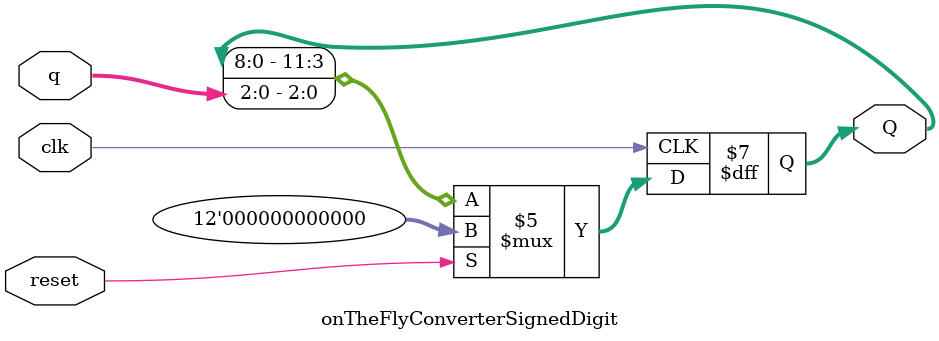
<source format=v>
module onTheFlyConverterSignedDigit(
	q,
	clk,
	reset,
	Q
);
	parameter no_of_digits = 4;
	parameter radix_bits = 3;
	
	input signed [radix_bits-1:0] q;
	input clk;
	input reset;
	output reg [no_of_digits*radix_bits-1:0] Q;
	
	initial begin
		Q = 0;
	end
		
	always @ (posedge clk)
	begin
		if (reset == 1'b1)begin
			Q = 0;
		end else begin
		Q = {Q[radix_bits*(no_of_digits-1)-1:0],q};
		end
	end
	
endmodule
	
</source>
